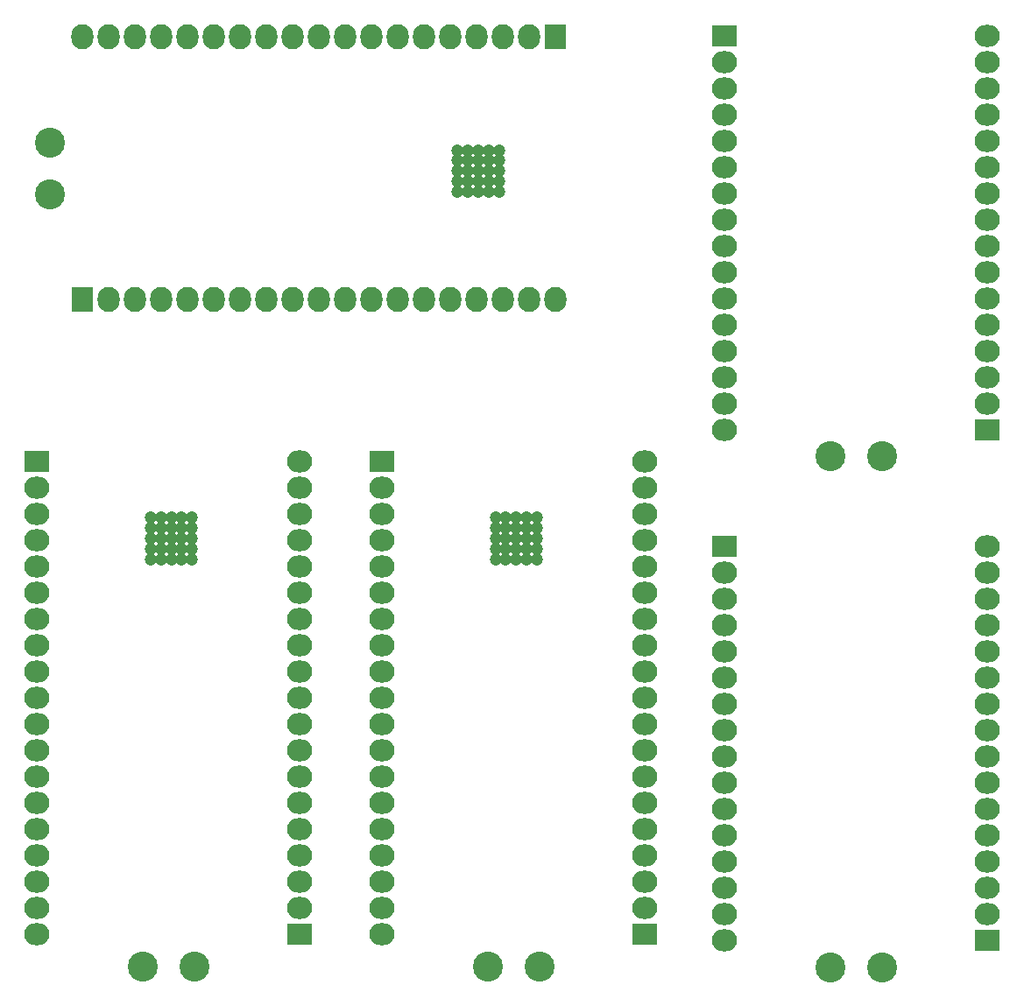
<source format=gbs>
G04 #@! TF.FileFunction,Soldermask,Bot*
%FSLAX46Y46*%
G04 Gerber Fmt 4.6, Leading zero omitted, Abs format (unit mm)*
G04 Created by KiCad (PCBNEW no-vcs-found-undefined) date Sun Nov  6 11:42:32 2016*
%MOMM*%
%LPD*%
G01*
G04 APERTURE LIST*
%ADD10C,0.100000*%
%ADD11R,2.432000X2.127200*%
%ADD12O,2.432000X2.127200*%
%ADD13C,1.200000*%
%ADD14C,2.900000*%
%ADD15R,2.127200X2.432000*%
%ADD16O,2.127200X2.432000*%
G04 APERTURE END LIST*
D10*
D11*
X82854800Y-181737000D03*
D12*
X82854800Y-179197000D03*
X82854800Y-176657000D03*
X82854800Y-174117000D03*
X82854800Y-171577000D03*
X82854800Y-169037000D03*
X82854800Y-166497000D03*
X82854800Y-163957000D03*
X82854800Y-161417000D03*
X82854800Y-158877000D03*
X82854800Y-156337000D03*
X82854800Y-153797000D03*
X82854800Y-151257000D03*
X82854800Y-148717000D03*
X82854800Y-146177000D03*
X82854800Y-143637000D03*
X82854800Y-141097000D03*
X82854800Y-138557000D03*
X82854800Y-136017000D03*
X57454800Y-181737000D03*
X57454800Y-179197000D03*
X57454800Y-176657000D03*
X57454800Y-174117000D03*
X57454800Y-171577000D03*
X57454800Y-169037000D03*
X57454800Y-166497000D03*
X57454800Y-163957000D03*
X57454800Y-161417000D03*
X57454800Y-158877000D03*
X57454800Y-156337000D03*
X57454800Y-153797000D03*
X57454800Y-151257000D03*
X57454800Y-148717000D03*
X57454800Y-146177000D03*
X57454800Y-143637000D03*
X57454800Y-141097000D03*
X57454800Y-138557000D03*
D11*
X57454800Y-136017000D03*
D13*
X68441800Y-141473000D03*
X68441800Y-142473000D03*
X68441800Y-143473000D03*
X68441800Y-144473000D03*
X68441800Y-145473000D03*
X69441800Y-145473000D03*
X69441800Y-144473000D03*
X69441800Y-143473000D03*
X69441800Y-142473000D03*
X69441800Y-141473000D03*
X71441800Y-141473000D03*
X71441800Y-142473000D03*
X71441800Y-143473000D03*
X71441800Y-144473000D03*
X71441800Y-145473000D03*
X70441800Y-145473000D03*
X70441800Y-144473000D03*
X70441800Y-143473000D03*
X70441800Y-142473000D03*
X70441800Y-141473000D03*
X72441800Y-145473000D03*
X72441800Y-144473000D03*
X72441800Y-143473000D03*
X72441800Y-142473000D03*
X72441800Y-141473000D03*
D14*
X67694800Y-184912000D03*
X72694800Y-184912000D03*
X105812000Y-135517000D03*
X100812000Y-135517000D03*
X105812000Y-184920000D03*
X100812000Y-184920000D03*
X25342000Y-110183000D03*
X25342000Y-105183000D03*
X39370000Y-184912000D03*
X34370000Y-184912000D03*
D13*
X39117000Y-141473000D03*
X39117000Y-142473000D03*
X39117000Y-143473000D03*
X39117000Y-144473000D03*
X39117000Y-145473000D03*
X37117000Y-141473000D03*
X37117000Y-142473000D03*
X37117000Y-143473000D03*
X37117000Y-144473000D03*
X37117000Y-145473000D03*
X38117000Y-145473000D03*
X38117000Y-144473000D03*
X38117000Y-143473000D03*
X38117000Y-142473000D03*
X38117000Y-141473000D03*
X36117000Y-141473000D03*
X36117000Y-142473000D03*
X36117000Y-143473000D03*
X36117000Y-144473000D03*
X36117000Y-145473000D03*
X35117000Y-145473000D03*
X35117000Y-144473000D03*
X35117000Y-143473000D03*
X35117000Y-142473000D03*
X35117000Y-141473000D03*
X68781000Y-109930000D03*
X67781000Y-109930000D03*
X66781000Y-109930000D03*
X65781000Y-109930000D03*
X64781000Y-109930000D03*
X68781000Y-107930000D03*
X67781000Y-107930000D03*
X66781000Y-107930000D03*
X65781000Y-107930000D03*
X64781000Y-107930000D03*
X64781000Y-108930000D03*
X65781000Y-108930000D03*
X66781000Y-108930000D03*
X67781000Y-108930000D03*
X68781000Y-108930000D03*
X68781000Y-106930000D03*
X67781000Y-106930000D03*
X66781000Y-106930000D03*
X65781000Y-106930000D03*
X64781000Y-106930000D03*
X64781000Y-105930000D03*
X65781000Y-105930000D03*
X66781000Y-105930000D03*
X67781000Y-105930000D03*
X68781000Y-105930000D03*
D11*
X90576400Y-94843600D03*
D12*
X90576400Y-97383600D03*
X90576400Y-99923600D03*
X90576400Y-102463600D03*
X90576400Y-105003600D03*
X90576400Y-107543600D03*
X90576400Y-110083600D03*
X90576400Y-112623600D03*
X90576400Y-115163600D03*
X90576400Y-117703600D03*
X90576400Y-120243600D03*
X90576400Y-122783600D03*
X90576400Y-125323600D03*
X90576400Y-127863600D03*
X90576400Y-130403600D03*
X90576400Y-132943600D03*
X115976400Y-94843600D03*
X115976400Y-97383600D03*
X115976400Y-99923600D03*
X115976400Y-102463600D03*
X115976400Y-105003600D03*
X115976400Y-107543600D03*
X115976400Y-110083600D03*
X115976400Y-112623600D03*
X115976400Y-115163600D03*
X115976400Y-117703600D03*
X115976400Y-120243600D03*
X115976400Y-122783600D03*
X115976400Y-125323600D03*
X115976400Y-127863600D03*
X115976400Y-130403600D03*
D11*
X115976400Y-132943600D03*
X115976400Y-182346600D03*
D12*
X115976400Y-179806600D03*
X115976400Y-177266600D03*
X115976400Y-174726600D03*
X115976400Y-172186600D03*
X115976400Y-169646600D03*
X115976400Y-167106600D03*
X115976400Y-164566600D03*
X115976400Y-162026600D03*
X115976400Y-159486600D03*
X115976400Y-156946600D03*
X115976400Y-154406600D03*
X115976400Y-151866600D03*
X115976400Y-149326600D03*
X115976400Y-146786600D03*
X115976400Y-144246600D03*
X90576400Y-182346600D03*
X90576400Y-179806600D03*
X90576400Y-177266600D03*
X90576400Y-174726600D03*
X90576400Y-172186600D03*
X90576400Y-169646600D03*
X90576400Y-167106600D03*
X90576400Y-164566600D03*
X90576400Y-162026600D03*
X90576400Y-159486600D03*
X90576400Y-156946600D03*
X90576400Y-154406600D03*
X90576400Y-151866600D03*
X90576400Y-149326600D03*
X90576400Y-146786600D03*
D11*
X90576400Y-144246600D03*
D15*
X28517000Y-120343000D03*
D16*
X31057000Y-120343000D03*
X33597000Y-120343000D03*
X36137000Y-120343000D03*
X38677000Y-120343000D03*
X41217000Y-120343000D03*
X43757000Y-120343000D03*
X46297000Y-120343000D03*
X48837000Y-120343000D03*
X51377000Y-120343000D03*
X53917000Y-120343000D03*
X56457000Y-120343000D03*
X58997000Y-120343000D03*
X61537000Y-120343000D03*
X64077000Y-120343000D03*
X66617000Y-120343000D03*
X69157000Y-120343000D03*
X71697000Y-120343000D03*
X74237000Y-120343000D03*
X28517000Y-94943000D03*
X31057000Y-94943000D03*
X33597000Y-94943000D03*
X36137000Y-94943000D03*
X38677000Y-94943000D03*
X41217000Y-94943000D03*
X43757000Y-94943000D03*
X46297000Y-94943000D03*
X48837000Y-94943000D03*
X51377000Y-94943000D03*
X53917000Y-94943000D03*
X56457000Y-94943000D03*
X58997000Y-94943000D03*
X61537000Y-94943000D03*
X64077000Y-94943000D03*
X66617000Y-94943000D03*
X69157000Y-94943000D03*
X71697000Y-94943000D03*
D15*
X74237000Y-94943000D03*
D11*
X24130000Y-136017000D03*
D12*
X24130000Y-138557000D03*
X24130000Y-141097000D03*
X24130000Y-143637000D03*
X24130000Y-146177000D03*
X24130000Y-148717000D03*
X24130000Y-151257000D03*
X24130000Y-153797000D03*
X24130000Y-156337000D03*
X24130000Y-158877000D03*
X24130000Y-161417000D03*
X24130000Y-163957000D03*
X24130000Y-166497000D03*
X24130000Y-169037000D03*
X24130000Y-171577000D03*
X24130000Y-174117000D03*
X24130000Y-176657000D03*
X24130000Y-179197000D03*
X24130000Y-181737000D03*
X49530000Y-136017000D03*
X49530000Y-138557000D03*
X49530000Y-141097000D03*
X49530000Y-143637000D03*
X49530000Y-146177000D03*
X49530000Y-148717000D03*
X49530000Y-151257000D03*
X49530000Y-153797000D03*
X49530000Y-156337000D03*
X49530000Y-158877000D03*
X49530000Y-161417000D03*
X49530000Y-163957000D03*
X49530000Y-166497000D03*
X49530000Y-169037000D03*
X49530000Y-171577000D03*
X49530000Y-174117000D03*
X49530000Y-176657000D03*
X49530000Y-179197000D03*
D11*
X49530000Y-181737000D03*
M02*

</source>
